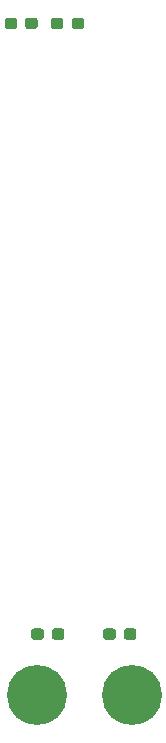
<source format=gbr>
G04 #@! TF.GenerationSoftware,KiCad,Pcbnew,(5.0.0)*
G04 #@! TF.CreationDate,2018-12-19T08:47:06-06:00*
G04 #@! TF.ProjectId,VoltageTransmitter_Hardware,566F6C746167655472616E736D697474,rev?*
G04 #@! TF.SameCoordinates,Original*
G04 #@! TF.FileFunction,Paste,Bot*
G04 #@! TF.FilePolarity,Positive*
%FSLAX46Y46*%
G04 Gerber Fmt 4.6, Leading zero omitted, Abs format (unit mm)*
G04 Created by KiCad (PCBNEW (5.0.0)) date 12/19/18 08:47:06*
%MOMM*%
%LPD*%
G01*
G04 APERTURE LIST*
%ADD10C,0.100000*%
%ADD11C,0.950000*%
%ADD12C,5.080000*%
G04 APERTURE END LIST*
D10*
G04 #@! TO.C,C1*
G36*
X131228412Y-51321479D02*
X131251467Y-51324898D01*
X131274076Y-51330562D01*
X131296020Y-51338414D01*
X131317090Y-51348379D01*
X131337081Y-51360361D01*
X131355801Y-51374245D01*
X131373071Y-51389897D01*
X131388723Y-51407167D01*
X131402607Y-51425887D01*
X131414589Y-51445878D01*
X131424554Y-51466948D01*
X131432406Y-51488892D01*
X131438070Y-51511501D01*
X131441489Y-51534556D01*
X131442633Y-51557835D01*
X131442633Y-52032835D01*
X131441489Y-52056114D01*
X131438070Y-52079169D01*
X131432406Y-52101778D01*
X131424554Y-52123722D01*
X131414589Y-52144792D01*
X131402607Y-52164783D01*
X131388723Y-52183503D01*
X131373071Y-52200773D01*
X131355801Y-52216425D01*
X131337081Y-52230309D01*
X131317090Y-52242291D01*
X131296020Y-52252256D01*
X131274076Y-52260108D01*
X131251467Y-52265772D01*
X131228412Y-52269191D01*
X131205133Y-52270335D01*
X130630133Y-52270335D01*
X130606854Y-52269191D01*
X130583799Y-52265772D01*
X130561190Y-52260108D01*
X130539246Y-52252256D01*
X130518176Y-52242291D01*
X130498185Y-52230309D01*
X130479465Y-52216425D01*
X130462195Y-52200773D01*
X130446543Y-52183503D01*
X130432659Y-52164783D01*
X130420677Y-52144792D01*
X130410712Y-52123722D01*
X130402860Y-52101778D01*
X130397196Y-52079169D01*
X130393777Y-52056114D01*
X130392633Y-52032835D01*
X130392633Y-51557835D01*
X130393777Y-51534556D01*
X130397196Y-51511501D01*
X130402860Y-51488892D01*
X130410712Y-51466948D01*
X130420677Y-51445878D01*
X130432659Y-51425887D01*
X130446543Y-51407167D01*
X130462195Y-51389897D01*
X130479465Y-51374245D01*
X130498185Y-51360361D01*
X130518176Y-51348379D01*
X130539246Y-51338414D01*
X130561190Y-51330562D01*
X130583799Y-51324898D01*
X130606854Y-51321479D01*
X130630133Y-51320335D01*
X131205133Y-51320335D01*
X131228412Y-51321479D01*
X131228412Y-51321479D01*
G37*
D11*
X130917633Y-51795335D03*
D10*
G36*
X129478412Y-51321479D02*
X129501467Y-51324898D01*
X129524076Y-51330562D01*
X129546020Y-51338414D01*
X129567090Y-51348379D01*
X129587081Y-51360361D01*
X129605801Y-51374245D01*
X129623071Y-51389897D01*
X129638723Y-51407167D01*
X129652607Y-51425887D01*
X129664589Y-51445878D01*
X129674554Y-51466948D01*
X129682406Y-51488892D01*
X129688070Y-51511501D01*
X129691489Y-51534556D01*
X129692633Y-51557835D01*
X129692633Y-52032835D01*
X129691489Y-52056114D01*
X129688070Y-52079169D01*
X129682406Y-52101778D01*
X129674554Y-52123722D01*
X129664589Y-52144792D01*
X129652607Y-52164783D01*
X129638723Y-52183503D01*
X129623071Y-52200773D01*
X129605801Y-52216425D01*
X129587081Y-52230309D01*
X129567090Y-52242291D01*
X129546020Y-52252256D01*
X129524076Y-52260108D01*
X129501467Y-52265772D01*
X129478412Y-52269191D01*
X129455133Y-52270335D01*
X128880133Y-52270335D01*
X128856854Y-52269191D01*
X128833799Y-52265772D01*
X128811190Y-52260108D01*
X128789246Y-52252256D01*
X128768176Y-52242291D01*
X128748185Y-52230309D01*
X128729465Y-52216425D01*
X128712195Y-52200773D01*
X128696543Y-52183503D01*
X128682659Y-52164783D01*
X128670677Y-52144792D01*
X128660712Y-52123722D01*
X128652860Y-52101778D01*
X128647196Y-52079169D01*
X128643777Y-52056114D01*
X128642633Y-52032835D01*
X128642633Y-51557835D01*
X128643777Y-51534556D01*
X128647196Y-51511501D01*
X128652860Y-51488892D01*
X128660712Y-51466948D01*
X128670677Y-51445878D01*
X128682659Y-51425887D01*
X128696543Y-51407167D01*
X128712195Y-51389897D01*
X128729465Y-51374245D01*
X128748185Y-51360361D01*
X128768176Y-51348379D01*
X128789246Y-51338414D01*
X128811190Y-51330562D01*
X128833799Y-51324898D01*
X128856854Y-51321479D01*
X128880133Y-51320335D01*
X129455133Y-51320335D01*
X129478412Y-51321479D01*
X129478412Y-51321479D01*
G37*
D11*
X129167633Y-51795335D03*
G04 #@! TD*
D10*
G04 #@! TO.C,C2*
G36*
X127305412Y-51321479D02*
X127328467Y-51324898D01*
X127351076Y-51330562D01*
X127373020Y-51338414D01*
X127394090Y-51348379D01*
X127414081Y-51360361D01*
X127432801Y-51374245D01*
X127450071Y-51389897D01*
X127465723Y-51407167D01*
X127479607Y-51425887D01*
X127491589Y-51445878D01*
X127501554Y-51466948D01*
X127509406Y-51488892D01*
X127515070Y-51511501D01*
X127518489Y-51534556D01*
X127519633Y-51557835D01*
X127519633Y-52032835D01*
X127518489Y-52056114D01*
X127515070Y-52079169D01*
X127509406Y-52101778D01*
X127501554Y-52123722D01*
X127491589Y-52144792D01*
X127479607Y-52164783D01*
X127465723Y-52183503D01*
X127450071Y-52200773D01*
X127432801Y-52216425D01*
X127414081Y-52230309D01*
X127394090Y-52242291D01*
X127373020Y-52252256D01*
X127351076Y-52260108D01*
X127328467Y-52265772D01*
X127305412Y-52269191D01*
X127282133Y-52270335D01*
X126707133Y-52270335D01*
X126683854Y-52269191D01*
X126660799Y-52265772D01*
X126638190Y-52260108D01*
X126616246Y-52252256D01*
X126595176Y-52242291D01*
X126575185Y-52230309D01*
X126556465Y-52216425D01*
X126539195Y-52200773D01*
X126523543Y-52183503D01*
X126509659Y-52164783D01*
X126497677Y-52144792D01*
X126487712Y-52123722D01*
X126479860Y-52101778D01*
X126474196Y-52079169D01*
X126470777Y-52056114D01*
X126469633Y-52032835D01*
X126469633Y-51557835D01*
X126470777Y-51534556D01*
X126474196Y-51511501D01*
X126479860Y-51488892D01*
X126487712Y-51466948D01*
X126497677Y-51445878D01*
X126509659Y-51425887D01*
X126523543Y-51407167D01*
X126539195Y-51389897D01*
X126556465Y-51374245D01*
X126575185Y-51360361D01*
X126595176Y-51348379D01*
X126616246Y-51338414D01*
X126638190Y-51330562D01*
X126660799Y-51324898D01*
X126683854Y-51321479D01*
X126707133Y-51320335D01*
X127282133Y-51320335D01*
X127305412Y-51321479D01*
X127305412Y-51321479D01*
G37*
D11*
X126994633Y-51795335D03*
D10*
G36*
X125555412Y-51321479D02*
X125578467Y-51324898D01*
X125601076Y-51330562D01*
X125623020Y-51338414D01*
X125644090Y-51348379D01*
X125664081Y-51360361D01*
X125682801Y-51374245D01*
X125700071Y-51389897D01*
X125715723Y-51407167D01*
X125729607Y-51425887D01*
X125741589Y-51445878D01*
X125751554Y-51466948D01*
X125759406Y-51488892D01*
X125765070Y-51511501D01*
X125768489Y-51534556D01*
X125769633Y-51557835D01*
X125769633Y-52032835D01*
X125768489Y-52056114D01*
X125765070Y-52079169D01*
X125759406Y-52101778D01*
X125751554Y-52123722D01*
X125741589Y-52144792D01*
X125729607Y-52164783D01*
X125715723Y-52183503D01*
X125700071Y-52200773D01*
X125682801Y-52216425D01*
X125664081Y-52230309D01*
X125644090Y-52242291D01*
X125623020Y-52252256D01*
X125601076Y-52260108D01*
X125578467Y-52265772D01*
X125555412Y-52269191D01*
X125532133Y-52270335D01*
X124957133Y-52270335D01*
X124933854Y-52269191D01*
X124910799Y-52265772D01*
X124888190Y-52260108D01*
X124866246Y-52252256D01*
X124845176Y-52242291D01*
X124825185Y-52230309D01*
X124806465Y-52216425D01*
X124789195Y-52200773D01*
X124773543Y-52183503D01*
X124759659Y-52164783D01*
X124747677Y-52144792D01*
X124737712Y-52123722D01*
X124729860Y-52101778D01*
X124724196Y-52079169D01*
X124720777Y-52056114D01*
X124719633Y-52032835D01*
X124719633Y-51557835D01*
X124720777Y-51534556D01*
X124724196Y-51511501D01*
X124729860Y-51488892D01*
X124737712Y-51466948D01*
X124747677Y-51445878D01*
X124759659Y-51425887D01*
X124773543Y-51407167D01*
X124789195Y-51389897D01*
X124806465Y-51374245D01*
X124825185Y-51360361D01*
X124845176Y-51348379D01*
X124866246Y-51338414D01*
X124888190Y-51330562D01*
X124910799Y-51324898D01*
X124933854Y-51321479D01*
X124957133Y-51320335D01*
X125532133Y-51320335D01*
X125555412Y-51321479D01*
X125555412Y-51321479D01*
G37*
D11*
X125244633Y-51795335D03*
G04 #@! TD*
D12*
G04 #@! TO.C,Conn1*
X127507000Y-108686600D03*
X135508000Y-108686600D03*
G04 #@! TD*
D10*
G04 #@! TO.C,R1*
G36*
X135664779Y-103031144D02*
X135687834Y-103034563D01*
X135710443Y-103040227D01*
X135732387Y-103048079D01*
X135753457Y-103058044D01*
X135773448Y-103070026D01*
X135792168Y-103083910D01*
X135809438Y-103099562D01*
X135825090Y-103116832D01*
X135838974Y-103135552D01*
X135850956Y-103155543D01*
X135860921Y-103176613D01*
X135868773Y-103198557D01*
X135874437Y-103221166D01*
X135877856Y-103244221D01*
X135879000Y-103267500D01*
X135879000Y-103742500D01*
X135877856Y-103765779D01*
X135874437Y-103788834D01*
X135868773Y-103811443D01*
X135860921Y-103833387D01*
X135850956Y-103854457D01*
X135838974Y-103874448D01*
X135825090Y-103893168D01*
X135809438Y-103910438D01*
X135792168Y-103926090D01*
X135773448Y-103939974D01*
X135753457Y-103951956D01*
X135732387Y-103961921D01*
X135710443Y-103969773D01*
X135687834Y-103975437D01*
X135664779Y-103978856D01*
X135641500Y-103980000D01*
X135066500Y-103980000D01*
X135043221Y-103978856D01*
X135020166Y-103975437D01*
X134997557Y-103969773D01*
X134975613Y-103961921D01*
X134954543Y-103951956D01*
X134934552Y-103939974D01*
X134915832Y-103926090D01*
X134898562Y-103910438D01*
X134882910Y-103893168D01*
X134869026Y-103874448D01*
X134857044Y-103854457D01*
X134847079Y-103833387D01*
X134839227Y-103811443D01*
X134833563Y-103788834D01*
X134830144Y-103765779D01*
X134829000Y-103742500D01*
X134829000Y-103267500D01*
X134830144Y-103244221D01*
X134833563Y-103221166D01*
X134839227Y-103198557D01*
X134847079Y-103176613D01*
X134857044Y-103155543D01*
X134869026Y-103135552D01*
X134882910Y-103116832D01*
X134898562Y-103099562D01*
X134915832Y-103083910D01*
X134934552Y-103070026D01*
X134954543Y-103058044D01*
X134975613Y-103048079D01*
X134997557Y-103040227D01*
X135020166Y-103034563D01*
X135043221Y-103031144D01*
X135066500Y-103030000D01*
X135641500Y-103030000D01*
X135664779Y-103031144D01*
X135664779Y-103031144D01*
G37*
D11*
X135354000Y-103505000D03*
D10*
G36*
X133914779Y-103031144D02*
X133937834Y-103034563D01*
X133960443Y-103040227D01*
X133982387Y-103048079D01*
X134003457Y-103058044D01*
X134023448Y-103070026D01*
X134042168Y-103083910D01*
X134059438Y-103099562D01*
X134075090Y-103116832D01*
X134088974Y-103135552D01*
X134100956Y-103155543D01*
X134110921Y-103176613D01*
X134118773Y-103198557D01*
X134124437Y-103221166D01*
X134127856Y-103244221D01*
X134129000Y-103267500D01*
X134129000Y-103742500D01*
X134127856Y-103765779D01*
X134124437Y-103788834D01*
X134118773Y-103811443D01*
X134110921Y-103833387D01*
X134100956Y-103854457D01*
X134088974Y-103874448D01*
X134075090Y-103893168D01*
X134059438Y-103910438D01*
X134042168Y-103926090D01*
X134023448Y-103939974D01*
X134003457Y-103951956D01*
X133982387Y-103961921D01*
X133960443Y-103969773D01*
X133937834Y-103975437D01*
X133914779Y-103978856D01*
X133891500Y-103980000D01*
X133316500Y-103980000D01*
X133293221Y-103978856D01*
X133270166Y-103975437D01*
X133247557Y-103969773D01*
X133225613Y-103961921D01*
X133204543Y-103951956D01*
X133184552Y-103939974D01*
X133165832Y-103926090D01*
X133148562Y-103910438D01*
X133132910Y-103893168D01*
X133119026Y-103874448D01*
X133107044Y-103854457D01*
X133097079Y-103833387D01*
X133089227Y-103811443D01*
X133083563Y-103788834D01*
X133080144Y-103765779D01*
X133079000Y-103742500D01*
X133079000Y-103267500D01*
X133080144Y-103244221D01*
X133083563Y-103221166D01*
X133089227Y-103198557D01*
X133097079Y-103176613D01*
X133107044Y-103155543D01*
X133119026Y-103135552D01*
X133132910Y-103116832D01*
X133148562Y-103099562D01*
X133165832Y-103083910D01*
X133184552Y-103070026D01*
X133204543Y-103058044D01*
X133225613Y-103048079D01*
X133247557Y-103040227D01*
X133270166Y-103034563D01*
X133293221Y-103031144D01*
X133316500Y-103030000D01*
X133891500Y-103030000D01*
X133914779Y-103031144D01*
X133914779Y-103031144D01*
G37*
D11*
X133604000Y-103505000D03*
G04 #@! TD*
D10*
G04 #@! TO.C,R2*
G36*
X127818779Y-103031144D02*
X127841834Y-103034563D01*
X127864443Y-103040227D01*
X127886387Y-103048079D01*
X127907457Y-103058044D01*
X127927448Y-103070026D01*
X127946168Y-103083910D01*
X127963438Y-103099562D01*
X127979090Y-103116832D01*
X127992974Y-103135552D01*
X128004956Y-103155543D01*
X128014921Y-103176613D01*
X128022773Y-103198557D01*
X128028437Y-103221166D01*
X128031856Y-103244221D01*
X128033000Y-103267500D01*
X128033000Y-103742500D01*
X128031856Y-103765779D01*
X128028437Y-103788834D01*
X128022773Y-103811443D01*
X128014921Y-103833387D01*
X128004956Y-103854457D01*
X127992974Y-103874448D01*
X127979090Y-103893168D01*
X127963438Y-103910438D01*
X127946168Y-103926090D01*
X127927448Y-103939974D01*
X127907457Y-103951956D01*
X127886387Y-103961921D01*
X127864443Y-103969773D01*
X127841834Y-103975437D01*
X127818779Y-103978856D01*
X127795500Y-103980000D01*
X127220500Y-103980000D01*
X127197221Y-103978856D01*
X127174166Y-103975437D01*
X127151557Y-103969773D01*
X127129613Y-103961921D01*
X127108543Y-103951956D01*
X127088552Y-103939974D01*
X127069832Y-103926090D01*
X127052562Y-103910438D01*
X127036910Y-103893168D01*
X127023026Y-103874448D01*
X127011044Y-103854457D01*
X127001079Y-103833387D01*
X126993227Y-103811443D01*
X126987563Y-103788834D01*
X126984144Y-103765779D01*
X126983000Y-103742500D01*
X126983000Y-103267500D01*
X126984144Y-103244221D01*
X126987563Y-103221166D01*
X126993227Y-103198557D01*
X127001079Y-103176613D01*
X127011044Y-103155543D01*
X127023026Y-103135552D01*
X127036910Y-103116832D01*
X127052562Y-103099562D01*
X127069832Y-103083910D01*
X127088552Y-103070026D01*
X127108543Y-103058044D01*
X127129613Y-103048079D01*
X127151557Y-103040227D01*
X127174166Y-103034563D01*
X127197221Y-103031144D01*
X127220500Y-103030000D01*
X127795500Y-103030000D01*
X127818779Y-103031144D01*
X127818779Y-103031144D01*
G37*
D11*
X127508000Y-103505000D03*
D10*
G36*
X129568779Y-103031144D02*
X129591834Y-103034563D01*
X129614443Y-103040227D01*
X129636387Y-103048079D01*
X129657457Y-103058044D01*
X129677448Y-103070026D01*
X129696168Y-103083910D01*
X129713438Y-103099562D01*
X129729090Y-103116832D01*
X129742974Y-103135552D01*
X129754956Y-103155543D01*
X129764921Y-103176613D01*
X129772773Y-103198557D01*
X129778437Y-103221166D01*
X129781856Y-103244221D01*
X129783000Y-103267500D01*
X129783000Y-103742500D01*
X129781856Y-103765779D01*
X129778437Y-103788834D01*
X129772773Y-103811443D01*
X129764921Y-103833387D01*
X129754956Y-103854457D01*
X129742974Y-103874448D01*
X129729090Y-103893168D01*
X129713438Y-103910438D01*
X129696168Y-103926090D01*
X129677448Y-103939974D01*
X129657457Y-103951956D01*
X129636387Y-103961921D01*
X129614443Y-103969773D01*
X129591834Y-103975437D01*
X129568779Y-103978856D01*
X129545500Y-103980000D01*
X128970500Y-103980000D01*
X128947221Y-103978856D01*
X128924166Y-103975437D01*
X128901557Y-103969773D01*
X128879613Y-103961921D01*
X128858543Y-103951956D01*
X128838552Y-103939974D01*
X128819832Y-103926090D01*
X128802562Y-103910438D01*
X128786910Y-103893168D01*
X128773026Y-103874448D01*
X128761044Y-103854457D01*
X128751079Y-103833387D01*
X128743227Y-103811443D01*
X128737563Y-103788834D01*
X128734144Y-103765779D01*
X128733000Y-103742500D01*
X128733000Y-103267500D01*
X128734144Y-103244221D01*
X128737563Y-103221166D01*
X128743227Y-103198557D01*
X128751079Y-103176613D01*
X128761044Y-103155543D01*
X128773026Y-103135552D01*
X128786910Y-103116832D01*
X128802562Y-103099562D01*
X128819832Y-103083910D01*
X128838552Y-103070026D01*
X128858543Y-103058044D01*
X128879613Y-103048079D01*
X128901557Y-103040227D01*
X128924166Y-103034563D01*
X128947221Y-103031144D01*
X128970500Y-103030000D01*
X129545500Y-103030000D01*
X129568779Y-103031144D01*
X129568779Y-103031144D01*
G37*
D11*
X129258000Y-103505000D03*
G04 #@! TD*
M02*

</source>
